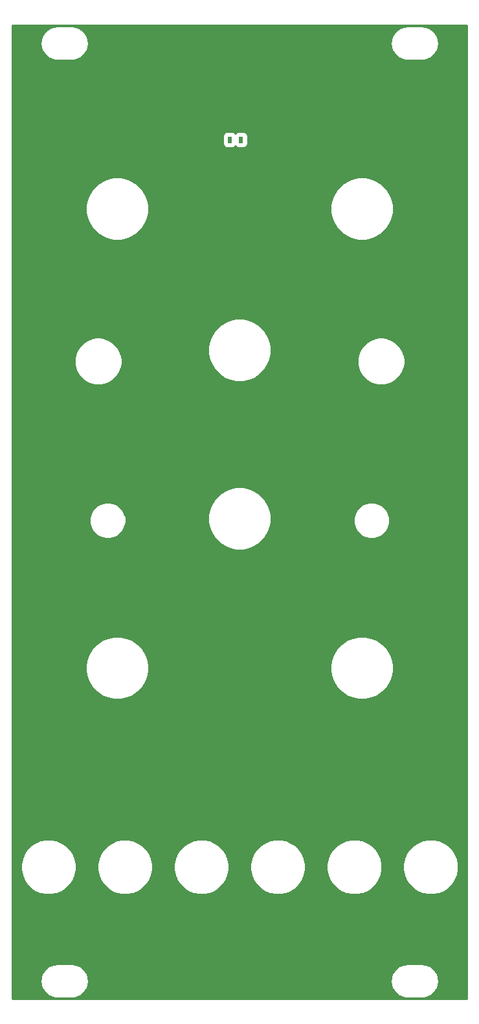
<source format=gbr>
G04 #@! TF.GenerationSoftware,KiCad,Pcbnew,(5.1.5)-3*
G04 #@! TF.CreationDate,2020-05-17T16:45:54+01:00*
G04 #@! TF.ProjectId,Addatone Panel,41646461-746f-46e6-9520-50616e656c2e,rev?*
G04 #@! TF.SameCoordinates,Original*
G04 #@! TF.FileFunction,Copper,L1,Top*
G04 #@! TF.FilePolarity,Positive*
%FSLAX46Y46*%
G04 Gerber Fmt 4.6, Leading zero omitted, Abs format (unit mm)*
G04 Created by KiCad (PCBNEW (5.1.5)-3) date 2020-05-17 16:45:54*
%MOMM*%
%LPD*%
G04 APERTURE LIST*
%ADD10R,0.500000X0.900000*%
%ADD11C,0.254000*%
G04 APERTURE END LIST*
D10*
X128680000Y-56000000D03*
X130180000Y-56000000D03*
D11*
G36*
X159715001Y-168215000D02*
G01*
X100285000Y-168215000D01*
X100285000Y-165900000D01*
X103954186Y-165900000D01*
X103997339Y-166338137D01*
X104125138Y-166759436D01*
X104332674Y-167147707D01*
X104611970Y-167488030D01*
X104952293Y-167767326D01*
X105340564Y-167974862D01*
X105761863Y-168102661D01*
X106090204Y-168135000D01*
X108109796Y-168135000D01*
X108438137Y-168102661D01*
X108859436Y-167974862D01*
X109247707Y-167767326D01*
X109588030Y-167488030D01*
X109867326Y-167147707D01*
X110074862Y-166759436D01*
X110202661Y-166338137D01*
X110245814Y-165900000D01*
X149754186Y-165900000D01*
X149797339Y-166338137D01*
X149925138Y-166759436D01*
X150132674Y-167147707D01*
X150411970Y-167488030D01*
X150752293Y-167767326D01*
X151140564Y-167974862D01*
X151561863Y-168102661D01*
X151890204Y-168135000D01*
X153909796Y-168135000D01*
X154238137Y-168102661D01*
X154659436Y-167974862D01*
X155047707Y-167767326D01*
X155388030Y-167488030D01*
X155667326Y-167147707D01*
X155874862Y-166759436D01*
X156002661Y-166338137D01*
X156045814Y-165900000D01*
X156002661Y-165461863D01*
X155874862Y-165040564D01*
X155667326Y-164652293D01*
X155388030Y-164311970D01*
X155047707Y-164032674D01*
X154659436Y-163825138D01*
X154238137Y-163697339D01*
X153909796Y-163665000D01*
X151890204Y-163665000D01*
X151561863Y-163697339D01*
X151140564Y-163825138D01*
X150752293Y-164032674D01*
X150411970Y-164311970D01*
X150132674Y-164652293D01*
X149925138Y-165040564D01*
X149797339Y-165461863D01*
X149754186Y-165900000D01*
X110245814Y-165900000D01*
X110202661Y-165461863D01*
X110074862Y-165040564D01*
X109867326Y-164652293D01*
X109588030Y-164311970D01*
X109247707Y-164032674D01*
X108859436Y-163825138D01*
X108438137Y-163697339D01*
X108109796Y-163665000D01*
X106090204Y-163665000D01*
X105761863Y-163697339D01*
X105340564Y-163825138D01*
X104952293Y-164032674D01*
X104611970Y-164311970D01*
X104332674Y-164652293D01*
X104125138Y-165040564D01*
X103997339Y-165461863D01*
X103954186Y-165900000D01*
X100285000Y-165900000D01*
X100285000Y-150641984D01*
X101365000Y-150641984D01*
X101365000Y-151358016D01*
X101504691Y-152060290D01*
X101778705Y-152721818D01*
X102176511Y-153317177D01*
X102682823Y-153823489D01*
X103278182Y-154221295D01*
X103939710Y-154495309D01*
X104641984Y-154635000D01*
X105358016Y-154635000D01*
X106060290Y-154495309D01*
X106721818Y-154221295D01*
X107317177Y-153823489D01*
X107823489Y-153317177D01*
X108221295Y-152721818D01*
X108495309Y-152060290D01*
X108635000Y-151358016D01*
X108635000Y-150641984D01*
X111365000Y-150641984D01*
X111365000Y-151358016D01*
X111504691Y-152060290D01*
X111778705Y-152721818D01*
X112176511Y-153317177D01*
X112682823Y-153823489D01*
X113278182Y-154221295D01*
X113939710Y-154495309D01*
X114641984Y-154635000D01*
X115358016Y-154635000D01*
X116060290Y-154495309D01*
X116721818Y-154221295D01*
X117317177Y-153823489D01*
X117823489Y-153317177D01*
X118221295Y-152721818D01*
X118495309Y-152060290D01*
X118635000Y-151358016D01*
X118635000Y-150641984D01*
X121365000Y-150641984D01*
X121365000Y-151358016D01*
X121504691Y-152060290D01*
X121778705Y-152721818D01*
X122176511Y-153317177D01*
X122682823Y-153823489D01*
X123278182Y-154221295D01*
X123939710Y-154495309D01*
X124641984Y-154635000D01*
X125358016Y-154635000D01*
X126060290Y-154495309D01*
X126721818Y-154221295D01*
X127317177Y-153823489D01*
X127823489Y-153317177D01*
X128221295Y-152721818D01*
X128495309Y-152060290D01*
X128635000Y-151358016D01*
X128635000Y-150641984D01*
X131365000Y-150641984D01*
X131365000Y-151358016D01*
X131504691Y-152060290D01*
X131778705Y-152721818D01*
X132176511Y-153317177D01*
X132682823Y-153823489D01*
X133278182Y-154221295D01*
X133939710Y-154495309D01*
X134641984Y-154635000D01*
X135358016Y-154635000D01*
X136060290Y-154495309D01*
X136721818Y-154221295D01*
X137317177Y-153823489D01*
X137823489Y-153317177D01*
X138221295Y-152721818D01*
X138495309Y-152060290D01*
X138635000Y-151358016D01*
X138635000Y-150641984D01*
X141365000Y-150641984D01*
X141365000Y-151358016D01*
X141504691Y-152060290D01*
X141778705Y-152721818D01*
X142176511Y-153317177D01*
X142682823Y-153823489D01*
X143278182Y-154221295D01*
X143939710Y-154495309D01*
X144641984Y-154635000D01*
X145358016Y-154635000D01*
X146060290Y-154495309D01*
X146721818Y-154221295D01*
X147317177Y-153823489D01*
X147823489Y-153317177D01*
X148221295Y-152721818D01*
X148495309Y-152060290D01*
X148635000Y-151358016D01*
X148635000Y-150641984D01*
X151365000Y-150641984D01*
X151365000Y-151358016D01*
X151504691Y-152060290D01*
X151778705Y-152721818D01*
X152176511Y-153317177D01*
X152682823Y-153823489D01*
X153278182Y-154221295D01*
X153939710Y-154495309D01*
X154641984Y-154635000D01*
X155358016Y-154635000D01*
X156060290Y-154495309D01*
X156721818Y-154221295D01*
X157317177Y-153823489D01*
X157823489Y-153317177D01*
X158221295Y-152721818D01*
X158495309Y-152060290D01*
X158635000Y-151358016D01*
X158635000Y-150641984D01*
X158495309Y-149939710D01*
X158221295Y-149278182D01*
X157823489Y-148682823D01*
X157317177Y-148176511D01*
X156721818Y-147778705D01*
X156060290Y-147504691D01*
X155358016Y-147365000D01*
X154641984Y-147365000D01*
X153939710Y-147504691D01*
X153278182Y-147778705D01*
X152682823Y-148176511D01*
X152176511Y-148682823D01*
X151778705Y-149278182D01*
X151504691Y-149939710D01*
X151365000Y-150641984D01*
X148635000Y-150641984D01*
X148495309Y-149939710D01*
X148221295Y-149278182D01*
X147823489Y-148682823D01*
X147317177Y-148176511D01*
X146721818Y-147778705D01*
X146060290Y-147504691D01*
X145358016Y-147365000D01*
X144641984Y-147365000D01*
X143939710Y-147504691D01*
X143278182Y-147778705D01*
X142682823Y-148176511D01*
X142176511Y-148682823D01*
X141778705Y-149278182D01*
X141504691Y-149939710D01*
X141365000Y-150641984D01*
X138635000Y-150641984D01*
X138495309Y-149939710D01*
X138221295Y-149278182D01*
X137823489Y-148682823D01*
X137317177Y-148176511D01*
X136721818Y-147778705D01*
X136060290Y-147504691D01*
X135358016Y-147365000D01*
X134641984Y-147365000D01*
X133939710Y-147504691D01*
X133278182Y-147778705D01*
X132682823Y-148176511D01*
X132176511Y-148682823D01*
X131778705Y-149278182D01*
X131504691Y-149939710D01*
X131365000Y-150641984D01*
X128635000Y-150641984D01*
X128495309Y-149939710D01*
X128221295Y-149278182D01*
X127823489Y-148682823D01*
X127317177Y-148176511D01*
X126721818Y-147778705D01*
X126060290Y-147504691D01*
X125358016Y-147365000D01*
X124641984Y-147365000D01*
X123939710Y-147504691D01*
X123278182Y-147778705D01*
X122682823Y-148176511D01*
X122176511Y-148682823D01*
X121778705Y-149278182D01*
X121504691Y-149939710D01*
X121365000Y-150641984D01*
X118635000Y-150641984D01*
X118495309Y-149939710D01*
X118221295Y-149278182D01*
X117823489Y-148682823D01*
X117317177Y-148176511D01*
X116721818Y-147778705D01*
X116060290Y-147504691D01*
X115358016Y-147365000D01*
X114641984Y-147365000D01*
X113939710Y-147504691D01*
X113278182Y-147778705D01*
X112682823Y-148176511D01*
X112176511Y-148682823D01*
X111778705Y-149278182D01*
X111504691Y-149939710D01*
X111365000Y-150641984D01*
X108635000Y-150641984D01*
X108495309Y-149939710D01*
X108221295Y-149278182D01*
X107823489Y-148682823D01*
X107317177Y-148176511D01*
X106721818Y-147778705D01*
X106060290Y-147504691D01*
X105358016Y-147365000D01*
X104641984Y-147365000D01*
X103939710Y-147504691D01*
X103278182Y-147778705D01*
X102682823Y-148176511D01*
X102176511Y-148682823D01*
X101778705Y-149278182D01*
X101504691Y-149939710D01*
X101365000Y-150641984D01*
X100285000Y-150641984D01*
X100285000Y-124592738D01*
X109865000Y-124592738D01*
X109865000Y-125407262D01*
X110023906Y-126206135D01*
X110335611Y-126958657D01*
X110788136Y-127635909D01*
X111364091Y-128211864D01*
X112041343Y-128664389D01*
X112793865Y-128976094D01*
X113592738Y-129135000D01*
X114407262Y-129135000D01*
X115206135Y-128976094D01*
X115958657Y-128664389D01*
X116635909Y-128211864D01*
X117211864Y-127635909D01*
X117664389Y-126958657D01*
X117976094Y-126206135D01*
X118135000Y-125407262D01*
X118135000Y-124592738D01*
X141865000Y-124592738D01*
X141865000Y-125407262D01*
X142023906Y-126206135D01*
X142335611Y-126958657D01*
X142788136Y-127635909D01*
X143364091Y-128211864D01*
X144041343Y-128664389D01*
X144793865Y-128976094D01*
X145592738Y-129135000D01*
X146407262Y-129135000D01*
X147206135Y-128976094D01*
X147958657Y-128664389D01*
X148635909Y-128211864D01*
X149211864Y-127635909D01*
X149664389Y-126958657D01*
X149976094Y-126206135D01*
X150135000Y-125407262D01*
X150135000Y-124592738D01*
X149976094Y-123793865D01*
X149664389Y-123041343D01*
X149211864Y-122364091D01*
X148635909Y-121788136D01*
X147958657Y-121335611D01*
X147206135Y-121023906D01*
X146407262Y-120865000D01*
X145592738Y-120865000D01*
X144793865Y-121023906D01*
X144041343Y-121335611D01*
X143364091Y-121788136D01*
X142788136Y-122364091D01*
X142335611Y-123041343D01*
X142023906Y-123793865D01*
X141865000Y-124592738D01*
X118135000Y-124592738D01*
X117976094Y-123793865D01*
X117664389Y-123041343D01*
X117211864Y-122364091D01*
X116635909Y-121788136D01*
X115958657Y-121335611D01*
X115206135Y-121023906D01*
X114407262Y-120865000D01*
X113592738Y-120865000D01*
X112793865Y-121023906D01*
X112041343Y-121335611D01*
X111364091Y-121788136D01*
X110788136Y-122364091D01*
X110335611Y-123041343D01*
X110023906Y-123793865D01*
X109865000Y-124592738D01*
X100285000Y-124592738D01*
X100285000Y-105515098D01*
X110365000Y-105515098D01*
X110365000Y-105984902D01*
X110456654Y-106445679D01*
X110636440Y-106879721D01*
X110897450Y-107270349D01*
X111229651Y-107602550D01*
X111620279Y-107863560D01*
X112054321Y-108043346D01*
X112515098Y-108135000D01*
X112984902Y-108135000D01*
X113445679Y-108043346D01*
X113879721Y-107863560D01*
X114270349Y-107602550D01*
X114602550Y-107270349D01*
X114863560Y-106879721D01*
X115043346Y-106445679D01*
X115135000Y-105984902D01*
X115135000Y-105515098D01*
X115050988Y-105092738D01*
X125865000Y-105092738D01*
X125865000Y-105907262D01*
X126023906Y-106706135D01*
X126335611Y-107458657D01*
X126788136Y-108135909D01*
X127364091Y-108711864D01*
X128041343Y-109164389D01*
X128793865Y-109476094D01*
X129592738Y-109635000D01*
X130407262Y-109635000D01*
X131206135Y-109476094D01*
X131958657Y-109164389D01*
X132635909Y-108711864D01*
X133211864Y-108135909D01*
X133664389Y-107458657D01*
X133976094Y-106706135D01*
X134135000Y-105907262D01*
X134135000Y-105515098D01*
X144865000Y-105515098D01*
X144865000Y-105984902D01*
X144956654Y-106445679D01*
X145136440Y-106879721D01*
X145397450Y-107270349D01*
X145729651Y-107602550D01*
X146120279Y-107863560D01*
X146554321Y-108043346D01*
X147015098Y-108135000D01*
X147484902Y-108135000D01*
X147945679Y-108043346D01*
X148379721Y-107863560D01*
X148770349Y-107602550D01*
X149102550Y-107270349D01*
X149363560Y-106879721D01*
X149543346Y-106445679D01*
X149635000Y-105984902D01*
X149635000Y-105515098D01*
X149543346Y-105054321D01*
X149363560Y-104620279D01*
X149102550Y-104229651D01*
X148770349Y-103897450D01*
X148379721Y-103636440D01*
X147945679Y-103456654D01*
X147484902Y-103365000D01*
X147015098Y-103365000D01*
X146554321Y-103456654D01*
X146120279Y-103636440D01*
X145729651Y-103897450D01*
X145397450Y-104229651D01*
X145136440Y-104620279D01*
X144956654Y-105054321D01*
X144865000Y-105515098D01*
X134135000Y-105515098D01*
X134135000Y-105092738D01*
X133976094Y-104293865D01*
X133664389Y-103541343D01*
X133211864Y-102864091D01*
X132635909Y-102288136D01*
X131958657Y-101835611D01*
X131206135Y-101523906D01*
X130407262Y-101365000D01*
X129592738Y-101365000D01*
X128793865Y-101523906D01*
X128041343Y-101835611D01*
X127364091Y-102288136D01*
X126788136Y-102864091D01*
X126335611Y-103541343D01*
X126023906Y-104293865D01*
X125865000Y-105092738D01*
X115050988Y-105092738D01*
X115043346Y-105054321D01*
X114863560Y-104620279D01*
X114602550Y-104229651D01*
X114270349Y-103897450D01*
X113879721Y-103636440D01*
X113445679Y-103456654D01*
X112984902Y-103365000D01*
X112515098Y-103365000D01*
X112054321Y-103456654D01*
X111620279Y-103636440D01*
X111229651Y-103897450D01*
X110897450Y-104229651D01*
X110636440Y-104620279D01*
X110456654Y-105054321D01*
X110365000Y-105515098D01*
X100285000Y-105515098D01*
X100285000Y-84641229D01*
X108365000Y-84641229D01*
X108365000Y-85258771D01*
X108485476Y-85864446D01*
X108721799Y-86434979D01*
X109064886Y-86948446D01*
X109501554Y-87385114D01*
X110015021Y-87728201D01*
X110585554Y-87964524D01*
X111191229Y-88085000D01*
X111808771Y-88085000D01*
X112414446Y-87964524D01*
X112984979Y-87728201D01*
X113498446Y-87385114D01*
X113935114Y-86948446D01*
X114278201Y-86434979D01*
X114514524Y-85864446D01*
X114635000Y-85258771D01*
X114635000Y-84641229D01*
X114514524Y-84035554D01*
X114278201Y-83465021D01*
X114029450Y-83092738D01*
X125865000Y-83092738D01*
X125865000Y-83907262D01*
X126023906Y-84706135D01*
X126335611Y-85458657D01*
X126788136Y-86135909D01*
X127364091Y-86711864D01*
X128041343Y-87164389D01*
X128793865Y-87476094D01*
X129592738Y-87635000D01*
X130407262Y-87635000D01*
X131206135Y-87476094D01*
X131958657Y-87164389D01*
X132635909Y-86711864D01*
X133211864Y-86135909D01*
X133664389Y-85458657D01*
X133976094Y-84706135D01*
X133989004Y-84641229D01*
X145365000Y-84641229D01*
X145365000Y-85258771D01*
X145485476Y-85864446D01*
X145721799Y-86434979D01*
X146064886Y-86948446D01*
X146501554Y-87385114D01*
X147015021Y-87728201D01*
X147585554Y-87964524D01*
X148191229Y-88085000D01*
X148808771Y-88085000D01*
X149414446Y-87964524D01*
X149984979Y-87728201D01*
X150498446Y-87385114D01*
X150935114Y-86948446D01*
X151278201Y-86434979D01*
X151514524Y-85864446D01*
X151635000Y-85258771D01*
X151635000Y-84641229D01*
X151514524Y-84035554D01*
X151278201Y-83465021D01*
X150935114Y-82951554D01*
X150498446Y-82514886D01*
X149984979Y-82171799D01*
X149414446Y-81935476D01*
X148808771Y-81815000D01*
X148191229Y-81815000D01*
X147585554Y-81935476D01*
X147015021Y-82171799D01*
X146501554Y-82514886D01*
X146064886Y-82951554D01*
X145721799Y-83465021D01*
X145485476Y-84035554D01*
X145365000Y-84641229D01*
X133989004Y-84641229D01*
X134135000Y-83907262D01*
X134135000Y-83092738D01*
X133976094Y-82293865D01*
X133664389Y-81541343D01*
X133211864Y-80864091D01*
X132635909Y-80288136D01*
X131958657Y-79835611D01*
X131206135Y-79523906D01*
X130407262Y-79365000D01*
X129592738Y-79365000D01*
X128793865Y-79523906D01*
X128041343Y-79835611D01*
X127364091Y-80288136D01*
X126788136Y-80864091D01*
X126335611Y-81541343D01*
X126023906Y-82293865D01*
X125865000Y-83092738D01*
X114029450Y-83092738D01*
X113935114Y-82951554D01*
X113498446Y-82514886D01*
X112984979Y-82171799D01*
X112414446Y-81935476D01*
X111808771Y-81815000D01*
X111191229Y-81815000D01*
X110585554Y-81935476D01*
X110015021Y-82171799D01*
X109501554Y-82514886D01*
X109064886Y-82951554D01*
X108721799Y-83465021D01*
X108485476Y-84035554D01*
X108365000Y-84641229D01*
X100285000Y-84641229D01*
X100285000Y-64592738D01*
X109865000Y-64592738D01*
X109865000Y-65407262D01*
X110023906Y-66206135D01*
X110335611Y-66958657D01*
X110788136Y-67635909D01*
X111364091Y-68211864D01*
X112041343Y-68664389D01*
X112793865Y-68976094D01*
X113592738Y-69135000D01*
X114407262Y-69135000D01*
X115206135Y-68976094D01*
X115958657Y-68664389D01*
X116635909Y-68211864D01*
X117211864Y-67635909D01*
X117664389Y-66958657D01*
X117976094Y-66206135D01*
X118135000Y-65407262D01*
X118135000Y-64592738D01*
X141865000Y-64592738D01*
X141865000Y-65407262D01*
X142023906Y-66206135D01*
X142335611Y-66958657D01*
X142788136Y-67635909D01*
X143364091Y-68211864D01*
X144041343Y-68664389D01*
X144793865Y-68976094D01*
X145592738Y-69135000D01*
X146407262Y-69135000D01*
X147206135Y-68976094D01*
X147958657Y-68664389D01*
X148635909Y-68211864D01*
X149211864Y-67635909D01*
X149664389Y-66958657D01*
X149976094Y-66206135D01*
X150135000Y-65407262D01*
X150135000Y-64592738D01*
X149976094Y-63793865D01*
X149664389Y-63041343D01*
X149211864Y-62364091D01*
X148635909Y-61788136D01*
X147958657Y-61335611D01*
X147206135Y-61023906D01*
X146407262Y-60865000D01*
X145592738Y-60865000D01*
X144793865Y-61023906D01*
X144041343Y-61335611D01*
X143364091Y-61788136D01*
X142788136Y-62364091D01*
X142335611Y-63041343D01*
X142023906Y-63793865D01*
X141865000Y-64592738D01*
X118135000Y-64592738D01*
X117976094Y-63793865D01*
X117664389Y-63041343D01*
X117211864Y-62364091D01*
X116635909Y-61788136D01*
X115958657Y-61335611D01*
X115206135Y-61023906D01*
X114407262Y-60865000D01*
X113592738Y-60865000D01*
X112793865Y-61023906D01*
X112041343Y-61335611D01*
X111364091Y-61788136D01*
X110788136Y-62364091D01*
X110335611Y-63041343D01*
X110023906Y-63793865D01*
X109865000Y-64592738D01*
X100285000Y-64592738D01*
X100285000Y-55550000D01*
X127791928Y-55550000D01*
X127791928Y-56450000D01*
X127804188Y-56574482D01*
X127840498Y-56694180D01*
X127899463Y-56804494D01*
X127978815Y-56901185D01*
X128075506Y-56980537D01*
X128185820Y-57039502D01*
X128305518Y-57075812D01*
X128430000Y-57088072D01*
X128930000Y-57088072D01*
X129054482Y-57075812D01*
X129174180Y-57039502D01*
X129284494Y-56980537D01*
X129381185Y-56901185D01*
X129430000Y-56841704D01*
X129478815Y-56901185D01*
X129575506Y-56980537D01*
X129685820Y-57039502D01*
X129805518Y-57075812D01*
X129930000Y-57088072D01*
X130430000Y-57088072D01*
X130554482Y-57075812D01*
X130674180Y-57039502D01*
X130784494Y-56980537D01*
X130881185Y-56901185D01*
X130960537Y-56804494D01*
X131019502Y-56694180D01*
X131055812Y-56574482D01*
X131068072Y-56450000D01*
X131068072Y-55550000D01*
X131055812Y-55425518D01*
X131019502Y-55305820D01*
X130960537Y-55195506D01*
X130881185Y-55098815D01*
X130784494Y-55019463D01*
X130674180Y-54960498D01*
X130554482Y-54924188D01*
X130430000Y-54911928D01*
X129930000Y-54911928D01*
X129805518Y-54924188D01*
X129685820Y-54960498D01*
X129575506Y-55019463D01*
X129478815Y-55098815D01*
X129430000Y-55158296D01*
X129381185Y-55098815D01*
X129284494Y-55019463D01*
X129174180Y-54960498D01*
X129054482Y-54924188D01*
X128930000Y-54911928D01*
X128430000Y-54911928D01*
X128305518Y-54924188D01*
X128185820Y-54960498D01*
X128075506Y-55019463D01*
X127978815Y-55098815D01*
X127899463Y-55195506D01*
X127840498Y-55305820D01*
X127804188Y-55425518D01*
X127791928Y-55550000D01*
X100285000Y-55550000D01*
X100285000Y-43400000D01*
X103954186Y-43400000D01*
X103997339Y-43838137D01*
X104125138Y-44259436D01*
X104332674Y-44647707D01*
X104611970Y-44988030D01*
X104952293Y-45267326D01*
X105340564Y-45474862D01*
X105761863Y-45602661D01*
X106090204Y-45635000D01*
X108109796Y-45635000D01*
X108438137Y-45602661D01*
X108859436Y-45474862D01*
X109247707Y-45267326D01*
X109588030Y-44988030D01*
X109867326Y-44647707D01*
X110074862Y-44259436D01*
X110202661Y-43838137D01*
X110245814Y-43400000D01*
X149754186Y-43400000D01*
X149797339Y-43838137D01*
X149925138Y-44259436D01*
X150132674Y-44647707D01*
X150411970Y-44988030D01*
X150752293Y-45267326D01*
X151140564Y-45474862D01*
X151561863Y-45602661D01*
X151890204Y-45635000D01*
X153909796Y-45635000D01*
X154238137Y-45602661D01*
X154659436Y-45474862D01*
X155047707Y-45267326D01*
X155388030Y-44988030D01*
X155667326Y-44647707D01*
X155874862Y-44259436D01*
X156002661Y-43838137D01*
X156045814Y-43400000D01*
X156002661Y-42961863D01*
X155874862Y-42540564D01*
X155667326Y-42152293D01*
X155388030Y-41811970D01*
X155047707Y-41532674D01*
X154659436Y-41325138D01*
X154238137Y-41197339D01*
X153909796Y-41165000D01*
X151890204Y-41165000D01*
X151561863Y-41197339D01*
X151140564Y-41325138D01*
X150752293Y-41532674D01*
X150411970Y-41811970D01*
X150132674Y-42152293D01*
X149925138Y-42540564D01*
X149797339Y-42961863D01*
X149754186Y-43400000D01*
X110245814Y-43400000D01*
X110202661Y-42961863D01*
X110074862Y-42540564D01*
X109867326Y-42152293D01*
X109588030Y-41811970D01*
X109247707Y-41532674D01*
X108859436Y-41325138D01*
X108438137Y-41197339D01*
X108109796Y-41165000D01*
X106090204Y-41165000D01*
X105761863Y-41197339D01*
X105340564Y-41325138D01*
X104952293Y-41532674D01*
X104611970Y-41811970D01*
X104332674Y-42152293D01*
X104125138Y-42540564D01*
X103997339Y-42961863D01*
X103954186Y-43400000D01*
X100285000Y-43400000D01*
X100285000Y-41085000D01*
X159715000Y-41085000D01*
X159715001Y-168215000D01*
G37*
X159715001Y-168215000D02*
X100285000Y-168215000D01*
X100285000Y-165900000D01*
X103954186Y-165900000D01*
X103997339Y-166338137D01*
X104125138Y-166759436D01*
X104332674Y-167147707D01*
X104611970Y-167488030D01*
X104952293Y-167767326D01*
X105340564Y-167974862D01*
X105761863Y-168102661D01*
X106090204Y-168135000D01*
X108109796Y-168135000D01*
X108438137Y-168102661D01*
X108859436Y-167974862D01*
X109247707Y-167767326D01*
X109588030Y-167488030D01*
X109867326Y-167147707D01*
X110074862Y-166759436D01*
X110202661Y-166338137D01*
X110245814Y-165900000D01*
X149754186Y-165900000D01*
X149797339Y-166338137D01*
X149925138Y-166759436D01*
X150132674Y-167147707D01*
X150411970Y-167488030D01*
X150752293Y-167767326D01*
X151140564Y-167974862D01*
X151561863Y-168102661D01*
X151890204Y-168135000D01*
X153909796Y-168135000D01*
X154238137Y-168102661D01*
X154659436Y-167974862D01*
X155047707Y-167767326D01*
X155388030Y-167488030D01*
X155667326Y-167147707D01*
X155874862Y-166759436D01*
X156002661Y-166338137D01*
X156045814Y-165900000D01*
X156002661Y-165461863D01*
X155874862Y-165040564D01*
X155667326Y-164652293D01*
X155388030Y-164311970D01*
X155047707Y-164032674D01*
X154659436Y-163825138D01*
X154238137Y-163697339D01*
X153909796Y-163665000D01*
X151890204Y-163665000D01*
X151561863Y-163697339D01*
X151140564Y-163825138D01*
X150752293Y-164032674D01*
X150411970Y-164311970D01*
X150132674Y-164652293D01*
X149925138Y-165040564D01*
X149797339Y-165461863D01*
X149754186Y-165900000D01*
X110245814Y-165900000D01*
X110202661Y-165461863D01*
X110074862Y-165040564D01*
X109867326Y-164652293D01*
X109588030Y-164311970D01*
X109247707Y-164032674D01*
X108859436Y-163825138D01*
X108438137Y-163697339D01*
X108109796Y-163665000D01*
X106090204Y-163665000D01*
X105761863Y-163697339D01*
X105340564Y-163825138D01*
X104952293Y-164032674D01*
X104611970Y-164311970D01*
X104332674Y-164652293D01*
X104125138Y-165040564D01*
X103997339Y-165461863D01*
X103954186Y-165900000D01*
X100285000Y-165900000D01*
X100285000Y-150641984D01*
X101365000Y-150641984D01*
X101365000Y-151358016D01*
X101504691Y-152060290D01*
X101778705Y-152721818D01*
X102176511Y-153317177D01*
X102682823Y-153823489D01*
X103278182Y-154221295D01*
X103939710Y-154495309D01*
X104641984Y-154635000D01*
X105358016Y-154635000D01*
X106060290Y-154495309D01*
X106721818Y-154221295D01*
X107317177Y-153823489D01*
X107823489Y-153317177D01*
X108221295Y-152721818D01*
X108495309Y-152060290D01*
X108635000Y-151358016D01*
X108635000Y-150641984D01*
X111365000Y-150641984D01*
X111365000Y-151358016D01*
X111504691Y-152060290D01*
X111778705Y-152721818D01*
X112176511Y-153317177D01*
X112682823Y-153823489D01*
X113278182Y-154221295D01*
X113939710Y-154495309D01*
X114641984Y-154635000D01*
X115358016Y-154635000D01*
X116060290Y-154495309D01*
X116721818Y-154221295D01*
X117317177Y-153823489D01*
X117823489Y-153317177D01*
X118221295Y-152721818D01*
X118495309Y-152060290D01*
X118635000Y-151358016D01*
X118635000Y-150641984D01*
X121365000Y-150641984D01*
X121365000Y-151358016D01*
X121504691Y-152060290D01*
X121778705Y-152721818D01*
X122176511Y-153317177D01*
X122682823Y-153823489D01*
X123278182Y-154221295D01*
X123939710Y-154495309D01*
X124641984Y-154635000D01*
X125358016Y-154635000D01*
X126060290Y-154495309D01*
X126721818Y-154221295D01*
X127317177Y-153823489D01*
X127823489Y-153317177D01*
X128221295Y-152721818D01*
X128495309Y-152060290D01*
X128635000Y-151358016D01*
X128635000Y-150641984D01*
X131365000Y-150641984D01*
X131365000Y-151358016D01*
X131504691Y-152060290D01*
X131778705Y-152721818D01*
X132176511Y-153317177D01*
X132682823Y-153823489D01*
X133278182Y-154221295D01*
X133939710Y-154495309D01*
X134641984Y-154635000D01*
X135358016Y-154635000D01*
X136060290Y-154495309D01*
X136721818Y-154221295D01*
X137317177Y-153823489D01*
X137823489Y-153317177D01*
X138221295Y-152721818D01*
X138495309Y-152060290D01*
X138635000Y-151358016D01*
X138635000Y-150641984D01*
X141365000Y-150641984D01*
X141365000Y-151358016D01*
X141504691Y-152060290D01*
X141778705Y-152721818D01*
X142176511Y-153317177D01*
X142682823Y-153823489D01*
X143278182Y-154221295D01*
X143939710Y-154495309D01*
X144641984Y-154635000D01*
X145358016Y-154635000D01*
X146060290Y-154495309D01*
X146721818Y-154221295D01*
X147317177Y-153823489D01*
X147823489Y-153317177D01*
X148221295Y-152721818D01*
X148495309Y-152060290D01*
X148635000Y-151358016D01*
X148635000Y-150641984D01*
X151365000Y-150641984D01*
X151365000Y-151358016D01*
X151504691Y-152060290D01*
X151778705Y-152721818D01*
X152176511Y-153317177D01*
X152682823Y-153823489D01*
X153278182Y-154221295D01*
X153939710Y-154495309D01*
X154641984Y-154635000D01*
X155358016Y-154635000D01*
X156060290Y-154495309D01*
X156721818Y-154221295D01*
X157317177Y-153823489D01*
X157823489Y-153317177D01*
X158221295Y-152721818D01*
X158495309Y-152060290D01*
X158635000Y-151358016D01*
X158635000Y-150641984D01*
X158495309Y-149939710D01*
X158221295Y-149278182D01*
X157823489Y-148682823D01*
X157317177Y-148176511D01*
X156721818Y-147778705D01*
X156060290Y-147504691D01*
X155358016Y-147365000D01*
X154641984Y-147365000D01*
X153939710Y-147504691D01*
X153278182Y-147778705D01*
X152682823Y-148176511D01*
X152176511Y-148682823D01*
X151778705Y-149278182D01*
X151504691Y-149939710D01*
X151365000Y-150641984D01*
X148635000Y-150641984D01*
X148495309Y-149939710D01*
X148221295Y-149278182D01*
X147823489Y-148682823D01*
X147317177Y-148176511D01*
X146721818Y-147778705D01*
X146060290Y-147504691D01*
X145358016Y-147365000D01*
X144641984Y-147365000D01*
X143939710Y-147504691D01*
X143278182Y-147778705D01*
X142682823Y-148176511D01*
X142176511Y-148682823D01*
X141778705Y-149278182D01*
X141504691Y-149939710D01*
X141365000Y-150641984D01*
X138635000Y-150641984D01*
X138495309Y-149939710D01*
X138221295Y-149278182D01*
X137823489Y-148682823D01*
X137317177Y-148176511D01*
X136721818Y-147778705D01*
X136060290Y-147504691D01*
X135358016Y-147365000D01*
X134641984Y-147365000D01*
X133939710Y-147504691D01*
X133278182Y-147778705D01*
X132682823Y-148176511D01*
X132176511Y-148682823D01*
X131778705Y-149278182D01*
X131504691Y-149939710D01*
X131365000Y-150641984D01*
X128635000Y-150641984D01*
X128495309Y-149939710D01*
X128221295Y-149278182D01*
X127823489Y-148682823D01*
X127317177Y-148176511D01*
X126721818Y-147778705D01*
X126060290Y-147504691D01*
X125358016Y-147365000D01*
X124641984Y-147365000D01*
X123939710Y-147504691D01*
X123278182Y-147778705D01*
X122682823Y-148176511D01*
X122176511Y-148682823D01*
X121778705Y-149278182D01*
X121504691Y-149939710D01*
X121365000Y-150641984D01*
X118635000Y-150641984D01*
X118495309Y-149939710D01*
X118221295Y-149278182D01*
X117823489Y-148682823D01*
X117317177Y-148176511D01*
X116721818Y-147778705D01*
X116060290Y-147504691D01*
X115358016Y-147365000D01*
X114641984Y-147365000D01*
X113939710Y-147504691D01*
X113278182Y-147778705D01*
X112682823Y-148176511D01*
X112176511Y-148682823D01*
X111778705Y-149278182D01*
X111504691Y-149939710D01*
X111365000Y-150641984D01*
X108635000Y-150641984D01*
X108495309Y-149939710D01*
X108221295Y-149278182D01*
X107823489Y-148682823D01*
X107317177Y-148176511D01*
X106721818Y-147778705D01*
X106060290Y-147504691D01*
X105358016Y-147365000D01*
X104641984Y-147365000D01*
X103939710Y-147504691D01*
X103278182Y-147778705D01*
X102682823Y-148176511D01*
X102176511Y-148682823D01*
X101778705Y-149278182D01*
X101504691Y-149939710D01*
X101365000Y-150641984D01*
X100285000Y-150641984D01*
X100285000Y-124592738D01*
X109865000Y-124592738D01*
X109865000Y-125407262D01*
X110023906Y-126206135D01*
X110335611Y-126958657D01*
X110788136Y-127635909D01*
X111364091Y-128211864D01*
X112041343Y-128664389D01*
X112793865Y-128976094D01*
X113592738Y-129135000D01*
X114407262Y-129135000D01*
X115206135Y-128976094D01*
X115958657Y-128664389D01*
X116635909Y-128211864D01*
X117211864Y-127635909D01*
X117664389Y-126958657D01*
X117976094Y-126206135D01*
X118135000Y-125407262D01*
X118135000Y-124592738D01*
X141865000Y-124592738D01*
X141865000Y-125407262D01*
X142023906Y-126206135D01*
X142335611Y-126958657D01*
X142788136Y-127635909D01*
X143364091Y-128211864D01*
X144041343Y-128664389D01*
X144793865Y-128976094D01*
X145592738Y-129135000D01*
X146407262Y-129135000D01*
X147206135Y-128976094D01*
X147958657Y-128664389D01*
X148635909Y-128211864D01*
X149211864Y-127635909D01*
X149664389Y-126958657D01*
X149976094Y-126206135D01*
X150135000Y-125407262D01*
X150135000Y-124592738D01*
X149976094Y-123793865D01*
X149664389Y-123041343D01*
X149211864Y-122364091D01*
X148635909Y-121788136D01*
X147958657Y-121335611D01*
X147206135Y-121023906D01*
X146407262Y-120865000D01*
X145592738Y-120865000D01*
X144793865Y-121023906D01*
X144041343Y-121335611D01*
X143364091Y-121788136D01*
X142788136Y-122364091D01*
X142335611Y-123041343D01*
X142023906Y-123793865D01*
X141865000Y-124592738D01*
X118135000Y-124592738D01*
X117976094Y-123793865D01*
X117664389Y-123041343D01*
X117211864Y-122364091D01*
X116635909Y-121788136D01*
X115958657Y-121335611D01*
X115206135Y-121023906D01*
X114407262Y-120865000D01*
X113592738Y-120865000D01*
X112793865Y-121023906D01*
X112041343Y-121335611D01*
X111364091Y-121788136D01*
X110788136Y-122364091D01*
X110335611Y-123041343D01*
X110023906Y-123793865D01*
X109865000Y-124592738D01*
X100285000Y-124592738D01*
X100285000Y-105515098D01*
X110365000Y-105515098D01*
X110365000Y-105984902D01*
X110456654Y-106445679D01*
X110636440Y-106879721D01*
X110897450Y-107270349D01*
X111229651Y-107602550D01*
X111620279Y-107863560D01*
X112054321Y-108043346D01*
X112515098Y-108135000D01*
X112984902Y-108135000D01*
X113445679Y-108043346D01*
X113879721Y-107863560D01*
X114270349Y-107602550D01*
X114602550Y-107270349D01*
X114863560Y-106879721D01*
X115043346Y-106445679D01*
X115135000Y-105984902D01*
X115135000Y-105515098D01*
X115050988Y-105092738D01*
X125865000Y-105092738D01*
X125865000Y-105907262D01*
X126023906Y-106706135D01*
X126335611Y-107458657D01*
X126788136Y-108135909D01*
X127364091Y-108711864D01*
X128041343Y-109164389D01*
X128793865Y-109476094D01*
X129592738Y-109635000D01*
X130407262Y-109635000D01*
X131206135Y-109476094D01*
X131958657Y-109164389D01*
X132635909Y-108711864D01*
X133211864Y-108135909D01*
X133664389Y-107458657D01*
X133976094Y-106706135D01*
X134135000Y-105907262D01*
X134135000Y-105515098D01*
X144865000Y-105515098D01*
X144865000Y-105984902D01*
X144956654Y-106445679D01*
X145136440Y-106879721D01*
X145397450Y-107270349D01*
X145729651Y-107602550D01*
X146120279Y-107863560D01*
X146554321Y-108043346D01*
X147015098Y-108135000D01*
X147484902Y-108135000D01*
X147945679Y-108043346D01*
X148379721Y-107863560D01*
X148770349Y-107602550D01*
X149102550Y-107270349D01*
X149363560Y-106879721D01*
X149543346Y-106445679D01*
X149635000Y-105984902D01*
X149635000Y-105515098D01*
X149543346Y-105054321D01*
X149363560Y-104620279D01*
X149102550Y-104229651D01*
X148770349Y-103897450D01*
X148379721Y-103636440D01*
X147945679Y-103456654D01*
X147484902Y-103365000D01*
X147015098Y-103365000D01*
X146554321Y-103456654D01*
X146120279Y-103636440D01*
X145729651Y-103897450D01*
X145397450Y-104229651D01*
X145136440Y-104620279D01*
X144956654Y-105054321D01*
X144865000Y-105515098D01*
X134135000Y-105515098D01*
X134135000Y-105092738D01*
X133976094Y-104293865D01*
X133664389Y-103541343D01*
X133211864Y-102864091D01*
X132635909Y-102288136D01*
X131958657Y-101835611D01*
X131206135Y-101523906D01*
X130407262Y-101365000D01*
X129592738Y-101365000D01*
X128793865Y-101523906D01*
X128041343Y-101835611D01*
X127364091Y-102288136D01*
X126788136Y-102864091D01*
X126335611Y-103541343D01*
X126023906Y-104293865D01*
X125865000Y-105092738D01*
X115050988Y-105092738D01*
X115043346Y-105054321D01*
X114863560Y-104620279D01*
X114602550Y-104229651D01*
X114270349Y-103897450D01*
X113879721Y-103636440D01*
X113445679Y-103456654D01*
X112984902Y-103365000D01*
X112515098Y-103365000D01*
X112054321Y-103456654D01*
X111620279Y-103636440D01*
X111229651Y-103897450D01*
X110897450Y-104229651D01*
X110636440Y-104620279D01*
X110456654Y-105054321D01*
X110365000Y-105515098D01*
X100285000Y-105515098D01*
X100285000Y-84641229D01*
X108365000Y-84641229D01*
X108365000Y-85258771D01*
X108485476Y-85864446D01*
X108721799Y-86434979D01*
X109064886Y-86948446D01*
X109501554Y-87385114D01*
X110015021Y-87728201D01*
X110585554Y-87964524D01*
X111191229Y-88085000D01*
X111808771Y-88085000D01*
X112414446Y-87964524D01*
X112984979Y-87728201D01*
X113498446Y-87385114D01*
X113935114Y-86948446D01*
X114278201Y-86434979D01*
X114514524Y-85864446D01*
X114635000Y-85258771D01*
X114635000Y-84641229D01*
X114514524Y-84035554D01*
X114278201Y-83465021D01*
X114029450Y-83092738D01*
X125865000Y-83092738D01*
X125865000Y-83907262D01*
X126023906Y-84706135D01*
X126335611Y-85458657D01*
X126788136Y-86135909D01*
X127364091Y-86711864D01*
X128041343Y-87164389D01*
X128793865Y-87476094D01*
X129592738Y-87635000D01*
X130407262Y-87635000D01*
X131206135Y-87476094D01*
X131958657Y-87164389D01*
X132635909Y-86711864D01*
X133211864Y-86135909D01*
X133664389Y-85458657D01*
X133976094Y-84706135D01*
X133989004Y-84641229D01*
X145365000Y-84641229D01*
X145365000Y-85258771D01*
X145485476Y-85864446D01*
X145721799Y-86434979D01*
X146064886Y-86948446D01*
X146501554Y-87385114D01*
X147015021Y-87728201D01*
X147585554Y-87964524D01*
X148191229Y-88085000D01*
X148808771Y-88085000D01*
X149414446Y-87964524D01*
X149984979Y-87728201D01*
X150498446Y-87385114D01*
X150935114Y-86948446D01*
X151278201Y-86434979D01*
X151514524Y-85864446D01*
X151635000Y-85258771D01*
X151635000Y-84641229D01*
X151514524Y-84035554D01*
X151278201Y-83465021D01*
X150935114Y-82951554D01*
X150498446Y-82514886D01*
X149984979Y-82171799D01*
X149414446Y-81935476D01*
X148808771Y-81815000D01*
X148191229Y-81815000D01*
X147585554Y-81935476D01*
X147015021Y-82171799D01*
X146501554Y-82514886D01*
X146064886Y-82951554D01*
X145721799Y-83465021D01*
X145485476Y-84035554D01*
X145365000Y-84641229D01*
X133989004Y-84641229D01*
X134135000Y-83907262D01*
X134135000Y-83092738D01*
X133976094Y-82293865D01*
X133664389Y-81541343D01*
X133211864Y-80864091D01*
X132635909Y-80288136D01*
X131958657Y-79835611D01*
X131206135Y-79523906D01*
X130407262Y-79365000D01*
X129592738Y-79365000D01*
X128793865Y-79523906D01*
X128041343Y-79835611D01*
X127364091Y-80288136D01*
X126788136Y-80864091D01*
X126335611Y-81541343D01*
X126023906Y-82293865D01*
X125865000Y-83092738D01*
X114029450Y-83092738D01*
X113935114Y-82951554D01*
X113498446Y-82514886D01*
X112984979Y-82171799D01*
X112414446Y-81935476D01*
X111808771Y-81815000D01*
X111191229Y-81815000D01*
X110585554Y-81935476D01*
X110015021Y-82171799D01*
X109501554Y-82514886D01*
X109064886Y-82951554D01*
X108721799Y-83465021D01*
X108485476Y-84035554D01*
X108365000Y-84641229D01*
X100285000Y-84641229D01*
X100285000Y-64592738D01*
X109865000Y-64592738D01*
X109865000Y-65407262D01*
X110023906Y-66206135D01*
X110335611Y-66958657D01*
X110788136Y-67635909D01*
X111364091Y-68211864D01*
X112041343Y-68664389D01*
X112793865Y-68976094D01*
X113592738Y-69135000D01*
X114407262Y-69135000D01*
X115206135Y-68976094D01*
X115958657Y-68664389D01*
X116635909Y-68211864D01*
X117211864Y-67635909D01*
X117664389Y-66958657D01*
X117976094Y-66206135D01*
X118135000Y-65407262D01*
X118135000Y-64592738D01*
X141865000Y-64592738D01*
X141865000Y-65407262D01*
X142023906Y-66206135D01*
X142335611Y-66958657D01*
X142788136Y-67635909D01*
X143364091Y-68211864D01*
X144041343Y-68664389D01*
X144793865Y-68976094D01*
X145592738Y-69135000D01*
X146407262Y-69135000D01*
X147206135Y-68976094D01*
X147958657Y-68664389D01*
X148635909Y-68211864D01*
X149211864Y-67635909D01*
X149664389Y-66958657D01*
X149976094Y-66206135D01*
X150135000Y-65407262D01*
X150135000Y-64592738D01*
X149976094Y-63793865D01*
X149664389Y-63041343D01*
X149211864Y-62364091D01*
X148635909Y-61788136D01*
X147958657Y-61335611D01*
X147206135Y-61023906D01*
X146407262Y-60865000D01*
X145592738Y-60865000D01*
X144793865Y-61023906D01*
X144041343Y-61335611D01*
X143364091Y-61788136D01*
X142788136Y-62364091D01*
X142335611Y-63041343D01*
X142023906Y-63793865D01*
X141865000Y-64592738D01*
X118135000Y-64592738D01*
X117976094Y-63793865D01*
X117664389Y-63041343D01*
X117211864Y-62364091D01*
X116635909Y-61788136D01*
X115958657Y-61335611D01*
X115206135Y-61023906D01*
X114407262Y-60865000D01*
X113592738Y-60865000D01*
X112793865Y-61023906D01*
X112041343Y-61335611D01*
X111364091Y-61788136D01*
X110788136Y-62364091D01*
X110335611Y-63041343D01*
X110023906Y-63793865D01*
X109865000Y-64592738D01*
X100285000Y-64592738D01*
X100285000Y-55550000D01*
X127791928Y-55550000D01*
X127791928Y-56450000D01*
X127804188Y-56574482D01*
X127840498Y-56694180D01*
X127899463Y-56804494D01*
X127978815Y-56901185D01*
X128075506Y-56980537D01*
X128185820Y-57039502D01*
X128305518Y-57075812D01*
X128430000Y-57088072D01*
X128930000Y-57088072D01*
X129054482Y-57075812D01*
X129174180Y-57039502D01*
X129284494Y-56980537D01*
X129381185Y-56901185D01*
X129430000Y-56841704D01*
X129478815Y-56901185D01*
X129575506Y-56980537D01*
X129685820Y-57039502D01*
X129805518Y-57075812D01*
X129930000Y-57088072D01*
X130430000Y-57088072D01*
X130554482Y-57075812D01*
X130674180Y-57039502D01*
X130784494Y-56980537D01*
X130881185Y-56901185D01*
X130960537Y-56804494D01*
X131019502Y-56694180D01*
X131055812Y-56574482D01*
X131068072Y-56450000D01*
X131068072Y-55550000D01*
X131055812Y-55425518D01*
X131019502Y-55305820D01*
X130960537Y-55195506D01*
X130881185Y-55098815D01*
X130784494Y-55019463D01*
X130674180Y-54960498D01*
X130554482Y-54924188D01*
X130430000Y-54911928D01*
X129930000Y-54911928D01*
X129805518Y-54924188D01*
X129685820Y-54960498D01*
X129575506Y-55019463D01*
X129478815Y-55098815D01*
X129430000Y-55158296D01*
X129381185Y-55098815D01*
X129284494Y-55019463D01*
X129174180Y-54960498D01*
X129054482Y-54924188D01*
X128930000Y-54911928D01*
X128430000Y-54911928D01*
X128305518Y-54924188D01*
X128185820Y-54960498D01*
X128075506Y-55019463D01*
X127978815Y-55098815D01*
X127899463Y-55195506D01*
X127840498Y-55305820D01*
X127804188Y-55425518D01*
X127791928Y-55550000D01*
X100285000Y-55550000D01*
X100285000Y-43400000D01*
X103954186Y-43400000D01*
X103997339Y-43838137D01*
X104125138Y-44259436D01*
X104332674Y-44647707D01*
X104611970Y-44988030D01*
X104952293Y-45267326D01*
X105340564Y-45474862D01*
X105761863Y-45602661D01*
X106090204Y-45635000D01*
X108109796Y-45635000D01*
X108438137Y-45602661D01*
X108859436Y-45474862D01*
X109247707Y-45267326D01*
X109588030Y-44988030D01*
X109867326Y-44647707D01*
X110074862Y-44259436D01*
X110202661Y-43838137D01*
X110245814Y-43400000D01*
X149754186Y-43400000D01*
X149797339Y-43838137D01*
X149925138Y-44259436D01*
X150132674Y-44647707D01*
X150411970Y-44988030D01*
X150752293Y-45267326D01*
X151140564Y-45474862D01*
X151561863Y-45602661D01*
X151890204Y-45635000D01*
X153909796Y-45635000D01*
X154238137Y-45602661D01*
X154659436Y-45474862D01*
X155047707Y-45267326D01*
X155388030Y-44988030D01*
X155667326Y-44647707D01*
X155874862Y-44259436D01*
X156002661Y-43838137D01*
X156045814Y-43400000D01*
X156002661Y-42961863D01*
X155874862Y-42540564D01*
X155667326Y-42152293D01*
X155388030Y-41811970D01*
X155047707Y-41532674D01*
X154659436Y-41325138D01*
X154238137Y-41197339D01*
X153909796Y-41165000D01*
X151890204Y-41165000D01*
X151561863Y-41197339D01*
X151140564Y-41325138D01*
X150752293Y-41532674D01*
X150411970Y-41811970D01*
X150132674Y-42152293D01*
X149925138Y-42540564D01*
X149797339Y-42961863D01*
X149754186Y-43400000D01*
X110245814Y-43400000D01*
X110202661Y-42961863D01*
X110074862Y-42540564D01*
X109867326Y-42152293D01*
X109588030Y-41811970D01*
X109247707Y-41532674D01*
X108859436Y-41325138D01*
X108438137Y-41197339D01*
X108109796Y-41165000D01*
X106090204Y-41165000D01*
X105761863Y-41197339D01*
X105340564Y-41325138D01*
X104952293Y-41532674D01*
X104611970Y-41811970D01*
X104332674Y-42152293D01*
X104125138Y-42540564D01*
X103997339Y-42961863D01*
X103954186Y-43400000D01*
X100285000Y-43400000D01*
X100285000Y-41085000D01*
X159715000Y-41085000D01*
X159715001Y-168215000D01*
M02*

</source>
